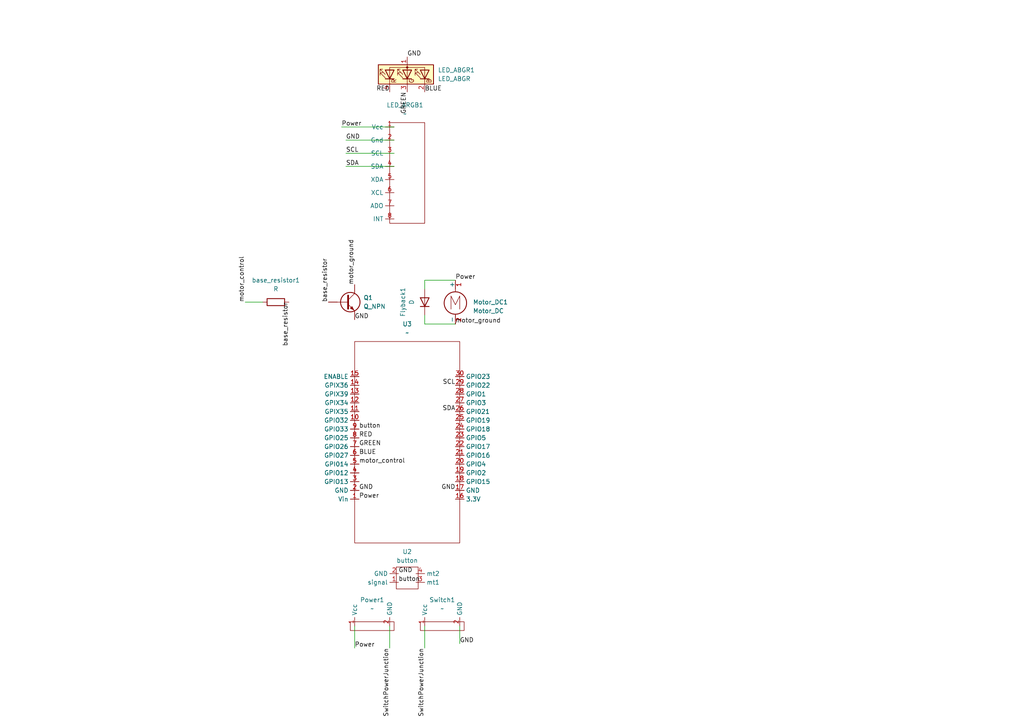
<source format=kicad_sch>
(kicad_sch (version 20250114) (generator "eeschema") (generator_version "9.0")
  (paper "A4")
  (lib_symbols
    (symbol "Device:D" (pin_numbers (hide yes)) (pin_names (offset 1.016) (hide yes))
      (property "Reference" "D" (at 0 2.54 0))
      (property "Value" "D" (at 0 -2.54 0))
      (symbol "D_0_1"
        (polyline (pts (xy -1.27 1.27) (xy -1.27 -1.27)) (stroke (width 0.254)))
        (polyline (pts (xy 1.27 1.27) (xy 1.27 -1.27) (xy -1.27 0) (xy 1.27 1.27)) (stroke (width 0.254)))
        (polyline (pts (xy 1.27 0) (xy -1.27 0)))
      )
      (symbol "D_1_1"
        (pin passive line (at -3.81 0 0) (length 2.54) (name "K") (number "1"))
        (pin passive line (at 3.81 0 180) (length 2.54) (name "A") (number "2"))
      )
    )
    (symbol "Device:LED_ABGR" (pin_names (offset 0) (hide yes))
      (property "Reference" "D" (at 0 9.398 0))
      (property "Value" "LED_ABGR" (at 0 -8.89 0))
      (symbol "LED_ABGR_0_0"
        (text "R" (at -1.905 3.81 0) (effects (font (size 1.27 1.27))))
        (text "G" (at -1.905 -1.27 0) (effects (font (size 1.27 1.27))))
        (text "B" (at -1.905 -6.35 0) (effects (font (size 1.27 1.27))))
      )
      (symbol "LED_ABGR_0_1"
        (polyline (pts (xy -1.27 6.35) (xy -1.27 3.81)) (stroke (width 0.254)))
        (polyline (pts (xy -1.27 6.35) (xy -1.27 3.81) (xy -1.27 3.81)))
        (polyline (pts (xy -1.27 5.08) (xy -2.54 5.08)))
        (polyline (pts (xy -1.27 5.08) (xy 1.27 5.08)))
        (polyline (pts (xy -1.27 1.27) (xy -1.27 -1.27)) (stroke (width 0.254)))
        (polyline (pts (xy -1.27 1.27) (xy -1.27 -1.27) (xy -1.27 -1.27)))
        (polyline (pts (xy -1.27 0) (xy -2.54 0)))
        (polyline (pts (xy -1.27 -3.81) (xy -1.27 -6.35)) (stroke (width 0.254)))
        (polyline (pts (xy -1.27 -5.08) (xy -2.54 -5.08)))
        (polyline (pts (xy -1.27 -5.08) (xy 1.27 -5.08)))
        (polyline (pts (xy -1.016 6.35) (xy 0.508 7.874) (xy -0.254 7.874) (xy 0.508 7.874) (xy 0.508 7.112)))
        (polyline (pts (xy -1.016 1.27) (xy 0.508 2.794) (xy -0.254 2.794) (xy 0.508 2.794) (xy 0.508 2.032)))
        (polyline (pts (xy -1.016 -3.81) (xy 0.508 -2.286) (xy -0.254 -2.286) (xy 0.508 -2.286) (xy 0.508 -3.048)))
        (polyline (pts (xy 0 6.35) (xy 1.524 7.874) (xy 0.762 7.874) (xy 1.524 7.874) (xy 1.524 7.112)))
        (polyline (pts (xy 0 1.27) (xy 1.524 2.794) (xy 0.762 2.794) (xy 1.524 2.794) (xy 1.524 2.032)))
        (polyline (pts (xy 0 -3.81) (xy 1.524 -2.286) (xy 0.762 -2.286) (xy 1.524 -2.286) (xy 1.524 -3.048)))
        (polyline (pts (xy 1.27 6.35) (xy 1.27 3.81) (xy -1.27 5.08) (xy 1.27 6.35)) (stroke (width 0.254)))
        (rectangle (start 1.27 6.35) (end 1.27 6.35))
        (rectangle (start 1.27 3.81) (end 1.27 6.35))
        (polyline (pts (xy 1.27 1.27) (xy 1.27 -1.27) (xy -1.27 0) (xy 1.27 1.27)) (stroke (width 0.254)))
        (rectangle (start 1.27 1.27) (end 1.27 1.27))
        (polyline (pts (xy 1.27 0) (xy -1.27 0)))
        (polyline (pts (xy 1.27 0) (xy 2.54 0)))
        (rectangle (start 1.27 -1.27) (end 1.27 1.27))
        (polyline (pts (xy 1.27 -3.81) (xy 1.27 -6.35) (xy -1.27 -5.08) (xy 1.27 -3.81)) (stroke (width 0.254)))
        (polyline (pts (xy 1.27 -5.08) (xy 2.032 -5.08) (xy 2.032 5.08) (xy 1.27 5.08)))
        (circle (center 2.032 0) (radius 0.254) (fill (type outline)))
        (rectangle (start 2.794 8.382) (end -2.794 -7.62) (stroke (width 0.254)) (fill (type background)))
      )
      (symbol "LED_ABGR_1_1"
        (pin passive line (at -5.08 5.08 0) (length 2.54) (name "RK") (number "4"))
        (pin passive line (at -5.08 0 0) (length 2.54) (name "GK") (number "3"))
        (pin passive line (at -5.08 -5.08 0) (length 2.54) (name "BK") (number "2"))
        (pin passive line (at 5.08 0 180) (length 2.54) (name "A") (number "1"))
      )
    )
    (symbol "Device:Q_NPN" (pin_numbers (hide yes)) (pin_names (offset 0) (hide yes))
      (property "Reference" "Q" (at 5.08 1.27 0))
      (property "Value" "Q_NPN" (at 5.08 -1.27 0))
      (symbol "Q_NPN_0_1"
        (polyline (pts (xy -2.54 0) (xy 0.635 0)))
        (polyline (pts (xy 0.635 1.905) (xy 0.635 -1.905)) (stroke (width 0.508)))
        (polyline (pts (xy 0.635 0.635) (xy 2.54 2.54)))
        (polyline (pts (xy 0.635 -0.635) (xy 2.54 -2.54)))
        (circle (center 1.27 0) (radius 2.8194) (stroke (width 0.254)))
        (polyline (pts (xy 1.27 -1.778) (xy 1.778 -1.27) (xy 2.286 -2.286) (xy 1.27 -1.778)) (fill (type outline)))
      )
      (symbol "Q_NPN_1_1"
        (pin input line (at -5.08 0 0) (length 2.54) (name "B") (number "B"))
        (pin passive line (at 2.54 5.08 270) (length 2.54) (name "C") (number "C"))
        (pin passive line (at 2.54 -5.08 90) (length 2.54) (name "E") (number "E"))
      )
    )
    (symbol "Device:R" (pin_numbers (hide yes)) (pin_names (offset 0))
      (property "Reference" "R" (at 2.032 0 90))
      (property "Value" "R" (at 0 0 90))
      (symbol "R_0_1"
        (rectangle (start -1.016 -2.54) (end 1.016 2.54) (stroke (width 0.254)))
      )
      (symbol "R_1_1"
        (pin passive line (at 0 3.81 270) (length 1.27) (name "~") (number "1"))
        (pin passive line (at 0 -3.81 90) (length 1.27) (name "~") (number "2"))
      )
    )
    (symbol "Motor:Motor_DC" (pin_names (offset 0))
      (property "Reference" "M" (at 2.54 2.54 0))
      (property "Value" "Motor_DC" (at 2.54 -5.08 0))
      (symbol "Motor_DC_0_0"
        (polyline (pts (xy -1.27 -3.302) (xy -1.27 0.508) (xy 0 -2.032) (xy 1.27 0.508) (xy 1.27 -3.302)))
      )
      (symbol "Motor_DC_0_1"
        (polyline (pts (xy 0 2.032) (xy 0 2.54)))
        (polyline (pts (xy 0 1.7272) (xy 0 2.0828)))
        (circle (center 0 -1.524) (radius 3.2512) (stroke (width 0.254)))
        (polyline (pts (xy 0 -4.7752) (xy 0 -5.1816)))
        (polyline (pts (xy 0 -7.62) (xy 0 -7.112)))
      )
      (symbol "Motor_DC_1_1"
        (pin passive line (at 0 5.08 270) (length 2.54) (name "+") (number "1"))
        (pin passive line (at 0 -7.62 90) (length 2.54) (name "-") (number "2"))
      )
    )
    (symbol "MyCustomLibrary:Button"
      (property "Reference" "Button" (at 0 0 0))
      (symbol "Button_0_1"
        (rectangle (start -3.175 3.175) (end 3.175 -3.175))
      )
      (symbol "Button_1_1"
        (pin unspecified line (at -1.27 2.54 90) (length 2.54) (name "signal") (number "1"))
        (pin passive line (at -1.27 -2.54 270) (length 2.54) (name "mt1") (number "3"))
        (pin unspecified line (at 1.27 2.54 90) (length 2.54) (name "GND") (number "2"))
        (pin passive line (at 1.27 -2.54 270) (length 2.54) (name "mt2") (number "4"))
      )
    )
    (symbol "MyCustomLibrary:MPU_6050"
      (property "Reference" "MPU6050" (at 0 0 0))
      (symbol "MPU_6050_0_1"
        (rectangle (start -6.35 5.08) (end 22.86 -5.08))
      )
      (symbol "MPU_6050_1_1"
        (pin input line (at -5.08 -3.81 270) (length 2.54) (name "Vcc") (number "1"))
        (pin input line (at -1.27 -3.81 270) (length 2.54) (name "Gnd") (number "2"))
        (pin bidirectional line (at 2.54 -3.81 270) (length 2.54) (name "SCL") (number "3"))
        (pin bidirectional line (at 6.35 -3.81 270) (length 2.54) (name "SDA") (number "4"))
        (pin passive line (at 10.16 -3.81 270) (length 2.54) (name "XDA") (number "5"))
        (pin passive line (at 13.97 -3.81 270) (length 2.54) (name "XCL") (number "6"))
        (pin passive line (at 17.78 -3.81 270) (length 2.54) (name "ADO") (number "7"))
        (pin passive line (at 21.59 -3.81 270) (length 2.54) (name "INT") (number "8"))
      )
    )
    (symbol "MyCustomLibrary:ideaspark_esp_lcd"
      (property "Reference" "ESP" (at 0 0 0))
      (symbol "ideaspark_esp_lcd_0_1"
        (rectangle (start -15.24 27.94) (end 15.24 -30.48))
      )
      (symbol "ideaspark_esp_lcd_1_1"
        (pin passive line (at -13.97 17.78 180) (length 2.54) (name "ENABLE") (number "15"))
        (pin passive line (at -13.97 15.24 180) (length 2.54) (name "GPIX36") (number "14"))
        (pin passive line (at -13.97 12.7 180) (length 2.54) (name "GPIX39") (number "13"))
        (pin passive line (at -13.97 10.16 180) (length 2.54) (name "GPIX34") (number "12"))
        (pin passive line (at -13.97 7.62 180) (length 2.54) (name "GPIX35") (number "11"))
        (pin passive line (at -13.97 5.08 180) (length 2.54) (name "GPIO32") (number "10"))
        (pin passive line (at -13.97 2.54 180) (length 2.54) (name "GPIO33") (number "9"))
        (pin passive line (at -13.97 0 180) (length 2.54) (name "GPIO25") (number "8"))
        (pin passive line (at -13.97 -2.54 180) (length 2.54) (name "GPIO26") (number "7"))
        (pin passive line (at -13.97 -5.08 180) (length 2.54) (name "GPIO27") (number "6"))
        (pin passive line (at -13.97 -7.62 180) (length 2.54) (name "GPI014") (number "5"))
        (pin passive line (at -13.97 -10.16 180) (length 2.54) (name "GPIO12") (number "4"))
        (pin passive line (at -13.97 -12.7 180) (length 2.54) (name "GPIO13") (number "3"))
        (pin passive line (at -13.97 -15.24 180) (length 2.54) (name "GND") (number "2"))
        (pin passive line (at -13.97 -17.78 180) (length 2.54) (name "Vin") (number "1"))
        (pin passive line (at 13.97 17.78 0) (length 2.54) (name "GPIO23") (number "30"))
        (pin passive line (at 13.97 15.24 0) (length 2.54) (name "GPIO22") (number "29"))
        (pin passive line (at 13.97 12.7 0) (length 2.54) (name "GPIO1") (number "28"))
        (pin passive line (at 13.97 10.16 0) (length 2.54) (name "GPIO3") (number "27"))
        (pin passive line (at 13.97 7.62 0) (length 2.54) (name "GPI021") (number "26"))
        (pin passive line (at 13.97 5.08 0) (length 2.54) (name "GPIO19") (number "25"))
        (pin passive line (at 13.97 2.54 0) (length 2.54) (name "GPIO18") (number "24"))
        (pin passive line (at 13.97 0 0) (length 2.54) (name "GPIO5") (number "23"))
        (pin passive line (at 13.97 -2.54 0) (length 2.54) (name "GPIO17") (number "22"))
        (pin passive line (at 13.97 -5.08 0) (length 2.54) (name "GPIO16") (number "21"))
        (pin passive line (at 13.97 -7.62 0) (length 2.54) (name "GPIO4") (number "20"))
        (pin passive line (at 13.97 -10.16 0) (length 2.54) (name "GPIO2") (number "19"))
        (pin passive line (at 13.97 -12.7 0) (length 2.54) (name "GPIO15") (number "18"))
        (pin passive line (at 13.97 -15.24 0) (length 2.54) (name "GND") (number "17"))
        (pin passive line (at 13.97 -17.78 0) (length 2.54) (name "3.3V") (number "16"))
      )
    )
    (symbol "MyCustomLibrary:power"
      (property "Reference" "Power" (at 0 0 0))
      (symbol "power_0_1"
        (rectangle (start -6.35 1.27) (end 6.35 -1.27))
      )
      (symbol "power_1_1"
        (pin passive line (at -5.08 0 90) (length 2.54) (name "Vcc") (number "1"))
        (pin passive line (at 5.08 0 90) (length 2.54) (name "GND") (number "2"))
      )
    )
  )
  (wire (pts (xy 102.87 181.61) (xy 102.87 187.96)))
  (wire (pts (xy 100.33 44.45) (xy 114.3 44.45)))
  (wire (pts (xy 99.06 36.83) (xy 114.3 36.83)))
  (wire (pts (xy 71.12 87.63) (xy 76.2 87.63)))
  (wire (pts (xy 133.35 181.61) (xy 133.35 186.69)))
  (wire (pts (xy 123.19 83.82) (xy 123.19 81.28)))
  (wire (pts (xy 100.33 40.64) (xy 114.3 40.64)))
  (wire (pts (xy 123.19 81.28) (xy 132.08 81.28)))
  (wire (pts (xy 123.19 93.98) (xy 132.08 93.98)))
  (wire (pts (xy 113.03 181.61) (xy 113.03 187.96)))
  (wire (pts (xy 123.19 91.44) (xy 123.19 93.98)))
  (wire (pts (xy 100.33 48.26) (xy 114.3 48.26)))
  (wire (pts (xy 123.19 181.61) (xy 123.19 187.96)))
  (label "GREEN" (at 118.11 26.67 270))
  (label "motor_ground" (at 102.87 82.55 90))
  (label "Power" (at 104.14 144.78 0))
  (label "base_resistor" (at 83.82 87.63 270))
  (label "base_resistor" (at 95.25 87.63 90))
  (label "GND" (at 115.57 166.37 0))
  (label "SCL" (at 132.08 111.76 180))
  (label "Power" (at 99.06 36.83 0))
  (label "SwitchPowerJunction" (at 113.03 187.96 270))
  (label "RED" (at 113.03 26.67 180))
  (label "BLUE" (at 123.19 26.67 0))
  (label "GREEN" (at 104.14 129.54 0))
  (label "SDA" (at 100.33 48.26 0))
  (label "motor_ground" (at 132.08 93.98 0))
  (label "GND" (at 132.08 142.24 180))
  (label "BLUE" (at 104.14 132.08 0))
  (label "motor_control" (at 104.14 134.62 0))
  (label "GND" (at 118.11 16.51 0))
  (label "motor_control" (at 71.12 87.63 90))
  (label "SwitchPowerJunction" (at 123.19 187.96 270))
  (label "GND" (at 100.33 40.64 0))
  (label "button" (at 104.14 124.46 0))
  (label "GND" (at 133.35 186.69 0))
  (label "SCL" (at 100.33 44.45 0))
  (label "Power" (at 132.08 81.28 0))
  (label "button" (at 115.57 168.91 0))
  (label "RED" (at 104.14 127 0))
  (label "Power" (at 102.87 187.96 0))
  (label "GND" (at 102.87 92.71 0))
  (label "SDA" (at 132.08 119.38 180))
  (label "GND" (at 104.14 142.24 0))
  (symbol (lib_id "Device:LED_ABGR") (at 118.11 21.59 90) (unit 1)
    (property "Reference" "LED_ABGR1" (at 127 20.3199 90) (effects (justify right)))
    (property "Value" "LED_ABGR" (at 127 22.8599 90) (effects (justify right)))
    (property "Footprint" "my_library:rgb_led" (effects (hide yes)))
    (property "Description" "RGB LED, anode/blue/green/red" (effects (hide yes)))
  )
  (symbol (lib_id "MyCustomLibrary:MPU_6050") (at 118.11 41.91 270) (unit 1)
    (property "Reference" "LED_ARGB1" (at 117.475 30.48 90))
    (property "Value" "~" (at 117.475 33.02 90))
    (property "Footprint" "my_library:MPU_6050" (effects (hide yes)))
  )
  (symbol (lib_id "MyCustomLibrary:Button") (at 118.11 167.64 90) (unit 1)
    (property "Reference" "U2" (at 118.11 160.02 90))
    (property "Value" "button" (at 118.11 162.56 90))
    (property "Footprint" "my_library:Button" (effects (hide yes)))
  )
  (symbol (lib_id "Motor:Motor_DC") (at 132.08 86.36 0) (unit 1)
    (property "Reference" "Motor_DC1" (at 137.16 87.6299 0) (effects (justify left)))
    (property "Value" "Motor_DC" (at 137.16 90.1699 0) (effects (justify left)))
    (property "Footprint" "my_library:two_through_holes_10.16" (effects (hide yes)))
    (property "Description" "DC Motor" (effects (hide yes)))
  )
  (symbol (lib_id "MyCustomLibrary:power") (at 107.95 181.61 0) (unit 1)
    (property "Reference" "Power1" (at 107.95 173.99 0))
    (property "Value" "~" (at 107.95 176.53 0))
    (property "Footprint" "my_library:two_through_holes_10.16" (effects (hide yes)))
  )
  (symbol (lib_id "MyCustomLibrary:power") (at 128.27 181.61 0) (unit 1)
    (property "Reference" "Switch1" (at 128.27 173.99 0))
    (property "Value" "~" (at 128.27 176.53 0))
    (property "Footprint" "my_library:two_through_holes_10.16" (effects (hide yes)))
  )
  (symbol (lib_id "Device:R") (at 80.01 87.63 90) (unit 1)
    (property "Reference" "base_resistor1" (at 80.01 81.28 90))
    (property "Value" "R" (at 80.01 83.82 90))
    (property "Footprint" "my_library:two_through_holes_10.16" (effects (hide yes)))
    (property "Description" "Resistor" (effects (hide yes)))
  )
  (symbol (lib_id "Device:D") (at 123.19 87.63 90) (unit 1)
    (property "Reference" "Flyback1" (at 116.84 87.63 0))
    (property "Value" "D" (at 119.38 87.63 0))
    (property "Footprint" "my_library:two_through_holes_10.16" (effects (hide yes)))
    (property "Description" "Diode" (effects (hide yes)))
    (property "Sim.Device" "D" (effects (hide yes)))
    (property "Sim.Pins" "1=K 2=A" (effects (hide yes)))
  )
  (symbol (lib_id "MyCustomLibrary:ideaspark_esp_lcd") (at 118.11 127 0) (unit 1)
    (property "Reference" "U3" (at 118.11 93.98 0))
    (property "Value" "~" (at 118.11 96.52 0))
    (property "Footprint" "my_library:ESP32_lcd_ideaspark" (effects (hide yes)))
  )
  (symbol (lib_id "Device:Q_NPN") (at 100.33 87.63 0) (unit 1)
    (property "Reference" "Q1" (at 105.41 86.3599 0) (effects (justify left)))
    (property "Value" "Q_NPN" (at 105.41 88.8999 0) (effects (justify left)))
    (property "Footprint" "my_library:Transistor" (effects (hide yes)))
    (property "Description" "NPN bipolar junction transistor" (effects (hide yes)))
  )
)
</source>
